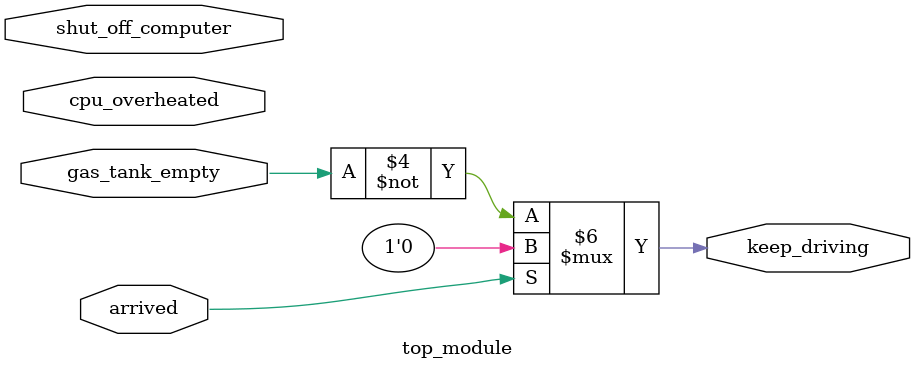
<source format=sv>
module top_module (
    input cpu_overheated,
    input arrived,
    input gas_tank_empty,
    input shut_off_computer,
    output reg keep_driving
);

    // Control the "shut_off_computer" output based on cpu_overheated
    always @(*) begin
        if (cpu_overheated)
            shut_off_computer = 1;
        else
            shut_off_computer = 0;
    end

    // Control the "keep_driving" output based on "arrived" and "gas_tank_empty"
    always @(*) begin
        if (!arrived)
            keep_driving = ~gas_tank_empty;
        else
            keep_driving = 0;
    end

endmodule

</source>
